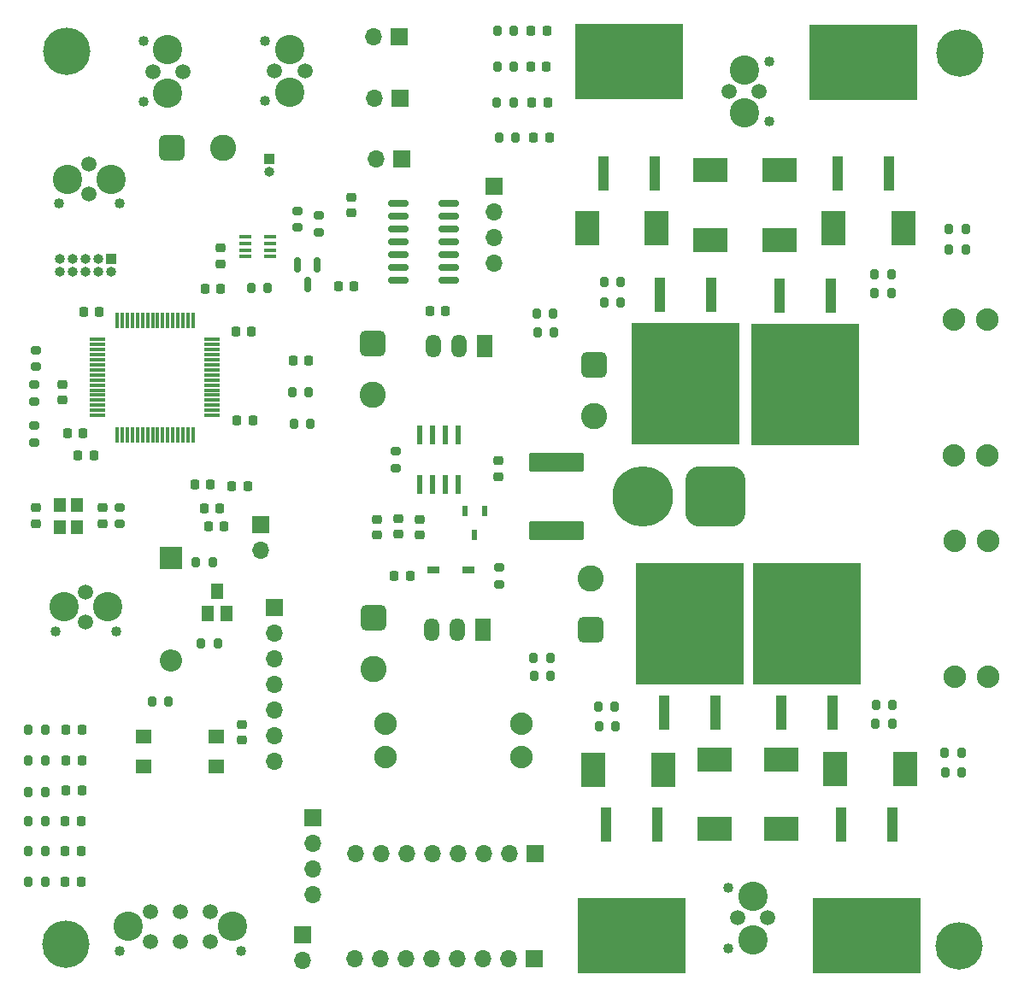
<source format=gbr>
%TF.GenerationSoftware,KiCad,Pcbnew,7.0.10*%
%TF.CreationDate,2024-11-01T12:43:38-06:00*%
%TF.ProjectId,RevA_Mecanismos,52657641-5f4d-4656-9361-6e69736d6f73,rev?*%
%TF.SameCoordinates,Original*%
%TF.FileFunction,Soldermask,Top*%
%TF.FilePolarity,Negative*%
%FSLAX46Y46*%
G04 Gerber Fmt 4.6, Leading zero omitted, Abs format (unit mm)*
G04 Created by KiCad (PCBNEW 7.0.10) date 2024-11-01 12:43:38*
%MOMM*%
%LPD*%
G01*
G04 APERTURE LIST*
G04 Aperture macros list*
%AMRoundRect*
0 Rectangle with rounded corners*
0 $1 Rounding radius*
0 $2 $3 $4 $5 $6 $7 $8 $9 X,Y pos of 4 corners*
0 Add a 4 corners polygon primitive as box body*
4,1,4,$2,$3,$4,$5,$6,$7,$8,$9,$2,$3,0*
0 Add four circle primitives for the rounded corners*
1,1,$1+$1,$2,$3*
1,1,$1+$1,$4,$5*
1,1,$1+$1,$6,$7*
1,1,$1+$1,$8,$9*
0 Add four rect primitives between the rounded corners*
20,1,$1+$1,$2,$3,$4,$5,0*
20,1,$1+$1,$4,$5,$6,$7,0*
20,1,$1+$1,$6,$7,$8,$9,0*
20,1,$1+$1,$8,$9,$2,$3,0*%
G04 Aperture macros list end*
%ADD10RoundRect,0.200000X-0.200000X-0.275000X0.200000X-0.275000X0.200000X0.275000X-0.200000X0.275000X0*%
%ADD11RoundRect,0.218750X-0.218750X-0.256250X0.218750X-0.256250X0.218750X0.256250X-0.218750X0.256250X0*%
%ADD12RoundRect,0.102000X1.590000X-1.125000X1.590000X1.125000X-1.590000X1.125000X-1.590000X-1.125000X0*%
%ADD13RoundRect,0.102000X-1.590000X1.125000X-1.590000X-1.125000X1.590000X-1.125000X1.590000X1.125000X0*%
%ADD14RoundRect,0.200000X-0.275000X0.200000X-0.275000X-0.200000X0.275000X-0.200000X0.275000X0.200000X0*%
%ADD15RoundRect,0.225000X-0.225000X-0.250000X0.225000X-0.250000X0.225000X0.250000X-0.225000X0.250000X0*%
%ADD16C,1.020000*%
%ADD17C,1.520000*%
%ADD18C,2.909999*%
%ADD19RoundRect,0.650000X-0.650000X0.650000X-0.650000X-0.650000X0.650000X-0.650000X0.650000X0.650000X0*%
%ADD20C,2.600000*%
%ADD21RoundRect,0.650000X0.650000X-0.650000X0.650000X0.650000X-0.650000X0.650000X-0.650000X-0.650000X0*%
%ADD22RoundRect,0.225000X0.225000X0.250000X-0.225000X0.250000X-0.225000X-0.250000X0.225000X-0.250000X0*%
%ADD23C,2.235200*%
%ADD24RoundRect,0.225000X0.250000X-0.225000X0.250000X0.225000X-0.250000X0.225000X-0.250000X-0.225000X0*%
%ADD25RoundRect,0.200000X0.200000X0.275000X-0.200000X0.275000X-0.200000X-0.275000X0.200000X-0.275000X0*%
%ADD26RoundRect,0.102000X-1.125000X-1.590000X1.125000X-1.590000X1.125000X1.590000X-1.125000X1.590000X0*%
%ADD27RoundRect,0.102000X1.125000X1.590000X-1.125000X1.590000X-1.125000X-1.590000X1.125000X-1.590000X0*%
%ADD28C,4.700000*%
%ADD29R,1.500000X2.300000*%
%ADD30O,1.500000X2.300000*%
%ADD31RoundRect,0.200000X0.275000X-0.200000X0.275000X0.200000X-0.275000X0.200000X-0.275000X-0.200000X0*%
%ADD32R,2.200000X2.200000*%
%ADD33O,2.200000X2.200000*%
%ADD34R,1.041400X3.505200*%
%ADD35R,10.718800X7.569200*%
%ADD36R,1.700000X1.700000*%
%ADD37O,1.700000X1.700000*%
%ADD38RoundRect,0.218750X0.218750X0.256250X-0.218750X0.256250X-0.218750X-0.256250X0.218750X-0.256250X0*%
%ADD39R,1.000000X1.000000*%
%ADD40O,1.000000X1.000000*%
%ADD41RoundRect,0.225000X-0.250000X0.225000X-0.250000X-0.225000X0.250000X-0.225000X0.250000X0.225000X0*%
%ADD42R,1.200000X0.450000*%
%ADD43R,10.718800X12.039600*%
%ADD44RoundRect,1.500000X1.500000X1.500000X-1.500000X1.500000X-1.500000X-1.500000X1.500000X-1.500000X0*%
%ADD45C,6.000000*%
%ADD46R,1.200000X1.400000*%
%ADD47RoundRect,0.102000X-0.500000X-0.700000X0.500000X-0.700000X0.500000X0.700000X-0.500000X0.700000X0*%
%ADD48RoundRect,0.150000X-0.825000X-0.150000X0.825000X-0.150000X0.825000X0.150000X-0.825000X0.150000X0*%
%ADD49R,1.150000X0.800000*%
%ADD50R,0.600000X1.000000*%
%ADD51RoundRect,0.150000X-0.150000X0.587500X-0.150000X-0.587500X0.150000X-0.587500X0.150000X0.587500X0*%
%ADD52RoundRect,0.650000X-0.650000X-0.650000X0.650000X-0.650000X0.650000X0.650000X-0.650000X0.650000X0*%
%ADD53R,0.533400X1.981200*%
%ADD54RoundRect,0.075000X0.075000X-0.700000X0.075000X0.700000X-0.075000X0.700000X-0.075000X-0.700000X0*%
%ADD55RoundRect,0.075000X0.700000X-0.075000X0.700000X0.075000X-0.700000X0.075000X-0.700000X-0.075000X0*%
%ADD56RoundRect,0.250000X2.475000X-0.712500X2.475000X0.712500X-2.475000X0.712500X-2.475000X-0.712500X0*%
%ADD57R,1.600000X1.400000*%
G04 APERTURE END LIST*
D10*
%TO.C,R34*%
X136175000Y-117675000D03*
X137825000Y-117675000D03*
%TD*%
D11*
%TO.C,D7*%
X83345100Y-118008500D03*
X84920100Y-118008500D03*
%TD*%
D12*
%TO.C,D19*%
X154250000Y-127827500D03*
D13*
X154250000Y-120917500D03*
%TD*%
D14*
%TO.C,R40*%
X116025000Y-90375000D03*
X116025000Y-92025000D03*
%TD*%
D15*
%TO.C,C3*%
X83523400Y-88558500D03*
X85073400Y-88558500D03*
%TD*%
%TO.C,C7*%
X96101400Y-93675700D03*
X97651400Y-93675700D03*
%TD*%
D16*
%TO.C,J10*%
X153000000Y-51725012D03*
X153000000Y-57725000D03*
D17*
X149060000Y-54725001D03*
X152059999Y-54725001D03*
D18*
X150560000Y-56874999D03*
X150560000Y-52575003D03*
%TD*%
D10*
%TO.C,R39*%
X130050800Y-78579200D03*
X131700800Y-78579200D03*
%TD*%
D19*
%TO.C,TP2*%
X113837000Y-106879900D03*
D20*
X113837000Y-111959900D03*
%TD*%
D21*
%TO.C,TP4*%
X135327000Y-108091100D03*
D20*
X135327000Y-103011100D03*
%TD*%
D15*
%TO.C,C18*%
X119425000Y-76525000D03*
X120975000Y-76525000D03*
%TD*%
D10*
%TO.C,R29*%
X163460000Y-74675000D03*
X165110000Y-74675000D03*
%TD*%
%TO.C,R37*%
X129750000Y-112675000D03*
X131400000Y-112675000D03*
%TD*%
D22*
%TO.C,C4*%
X86651400Y-76575700D03*
X85101400Y-76575700D03*
%TD*%
D16*
%TO.C,J6*%
X88669989Y-65853900D03*
X82670001Y-65853900D03*
D17*
X85670000Y-61913900D03*
X85670000Y-64913899D03*
D18*
X83520002Y-63413900D03*
X87819998Y-63413900D03*
%TD*%
D14*
%TO.C,R6*%
X80183600Y-87860500D03*
X80183600Y-89510500D03*
%TD*%
D23*
%TO.C,J20*%
X115052400Y-117339900D03*
X115052400Y-120641900D03*
X128514400Y-117339900D03*
X128514400Y-120641900D03*
%TD*%
D15*
%TO.C,C2*%
X100200000Y-78500000D03*
X101750000Y-78500000D03*
%TD*%
D24*
%TO.C,C20*%
X126200000Y-92875000D03*
X126200000Y-91325000D03*
%TD*%
D25*
%TO.C,R16*%
X127734300Y-48751400D03*
X126084300Y-48751400D03*
%TD*%
%TO.C,R36*%
X172500400Y-68367600D03*
X170850400Y-68367600D03*
%TD*%
%TO.C,R17*%
X127723700Y-52250800D03*
X126073700Y-52250800D03*
%TD*%
D26*
%TO.C,D16*%
X135587800Y-121935100D03*
D27*
X142497800Y-121935100D03*
%TD*%
D28*
%TO.C,H2*%
X171877600Y-50890300D03*
%TD*%
D24*
%TO.C,C5*%
X83028400Y-85294900D03*
X83028400Y-83744900D03*
%TD*%
D29*
%TO.C,U2*%
X124875000Y-80000000D03*
D30*
X122335000Y-80000000D03*
X119795000Y-80000000D03*
%TD*%
D15*
%TO.C,C6*%
X100325800Y-87288500D03*
X101875800Y-87288500D03*
%TD*%
D16*
%TO.C,J5*%
X91027800Y-55753491D03*
X91027800Y-49753503D03*
D17*
X94967800Y-52753502D03*
X91967801Y-52753502D03*
D18*
X93467800Y-50603504D03*
X93467800Y-54903500D03*
%TD*%
D25*
%TO.C,R26*%
X131349200Y-110871600D03*
X129699200Y-110871600D03*
%TD*%
D24*
%TO.C,C16*%
X116282000Y-98623900D03*
X116282000Y-97073900D03*
%TD*%
%TO.C,C13*%
X98676400Y-71800700D03*
X98676400Y-70250700D03*
%TD*%
D11*
%TO.C,D10*%
X83307600Y-127008500D03*
X84882600Y-127008500D03*
%TD*%
D23*
%TO.C,J9*%
X174747800Y-99302700D03*
X171445800Y-99302700D03*
X174747800Y-112764700D03*
X171445800Y-112764700D03*
%TD*%
D16*
%TO.C,J11*%
X148960000Y-139624991D03*
X148960000Y-133625003D03*
D17*
X152900000Y-136625002D03*
X149900001Y-136625002D03*
D18*
X151400000Y-134475004D03*
X151400000Y-138775000D03*
%TD*%
D31*
%TO.C,R10*%
X108400000Y-68675700D03*
X108400000Y-67025700D03*
%TD*%
D32*
%TO.C,D1*%
X93735000Y-100979100D03*
D33*
X93735000Y-111139100D03*
%TD*%
D34*
%TO.C,Q6*%
X141909400Y-127371200D03*
D35*
X139369400Y-138419200D03*
D34*
X136829400Y-127371200D03*
%TD*%
D25*
%TO.C,R15*%
X127696800Y-55861900D03*
X126046800Y-55861900D03*
%TD*%
%TO.C,R19*%
X81300100Y-121008500D03*
X79650100Y-121008500D03*
%TD*%
D14*
%TO.C,R1*%
X80259800Y-83771100D03*
X80259800Y-85421100D03*
%TD*%
D22*
%TO.C,C15*%
X107426200Y-81408400D03*
X105876200Y-81408400D03*
%TD*%
D36*
%TO.C,J12*%
X129789800Y-140704700D03*
D37*
X127249800Y-140704700D03*
X124709800Y-140704700D03*
X122169800Y-140704700D03*
X119629800Y-140704700D03*
X117089800Y-140704700D03*
X114549800Y-140704700D03*
X112009800Y-140704700D03*
%TD*%
D25*
%TO.C,R3*%
X97890000Y-101395000D03*
X96240000Y-101395000D03*
%TD*%
D15*
%TO.C,C23*%
X110325000Y-74025000D03*
X111875000Y-74025000D03*
%TD*%
D38*
%TO.C,D6*%
X130975000Y-52249200D03*
X129400000Y-52249200D03*
%TD*%
D28*
%TO.C,H3*%
X83335600Y-139261700D03*
%TD*%
D39*
%TO.C,J3*%
X103500000Y-61405000D03*
D40*
X103500000Y-62675000D03*
%TD*%
D27*
%TO.C,D14*%
X166291900Y-68301000D03*
D26*
X159381900Y-68301000D03*
%TD*%
D13*
%TO.C,D13*%
X154030000Y-62534600D03*
D12*
X154030000Y-69444600D03*
%TD*%
D11*
%TO.C,D12*%
X83307600Y-133008500D03*
X84882600Y-133008500D03*
%TD*%
D13*
%TO.C,D17*%
X147172000Y-62516100D03*
D12*
X147172000Y-69426100D03*
%TD*%
D36*
%TO.C,J21*%
X107818800Y-126658500D03*
D37*
X107818800Y-129198500D03*
X107818800Y-131738500D03*
X107818800Y-134278500D03*
%TD*%
D10*
%TO.C,R35*%
X163597200Y-115482500D03*
X165247200Y-115482500D03*
%TD*%
D41*
%TO.C,C17*%
X118400000Y-97125000D03*
X118400000Y-98675000D03*
%TD*%
D42*
%TO.C,IC1*%
X101107800Y-69144100D03*
X101107800Y-69794100D03*
X101107800Y-70444100D03*
X101107800Y-71094100D03*
X103607800Y-71094100D03*
X103607800Y-70444100D03*
X103607800Y-69794100D03*
X103607800Y-69144100D03*
%TD*%
D24*
%TO.C,C22*%
X111650000Y-66775000D03*
X111650000Y-65225000D03*
%TD*%
D41*
%TO.C,C12*%
X100776400Y-117477500D03*
X100776400Y-119027500D03*
%TD*%
D25*
%TO.C,R33*%
X138325000Y-75675000D03*
X136675000Y-75675000D03*
%TD*%
D10*
%TO.C,R25*%
X170475800Y-122205400D03*
X172125800Y-122205400D03*
%TD*%
D36*
%TO.C,J14*%
X106777400Y-138261300D03*
D37*
X106777400Y-140801300D03*
%TD*%
D25*
%TO.C,R21*%
X81300100Y-127008500D03*
X79650100Y-127008500D03*
%TD*%
D34*
%TO.C,U6*%
X147249200Y-74879100D03*
D43*
X144709200Y-83692900D03*
D34*
X142169200Y-74879100D03*
%TD*%
D19*
%TO.C,TP1*%
X135700000Y-81810000D03*
D20*
X135700000Y-86890000D03*
%TD*%
D44*
%TO.C,BT1*%
X147708600Y-94883100D03*
D45*
X140508600Y-94883100D03*
%TD*%
D14*
%TO.C,R2*%
X80386800Y-80379700D03*
X80386800Y-82029700D03*
%TD*%
D19*
%TO.C,TP3*%
X113756400Y-79736700D03*
D20*
X113756400Y-84816700D03*
%TD*%
D46*
%TO.C,Y1*%
X84450000Y-97875000D03*
X84450000Y-95675000D03*
X82750000Y-95675000D03*
X82750000Y-97875000D03*
%TD*%
D34*
%TO.C,Q5*%
X159821200Y-62890800D03*
D35*
X162361200Y-51842800D03*
D34*
X164901200Y-62890800D03*
%TD*%
D47*
%TO.C,Q1*%
X97376400Y-106425700D03*
X99276400Y-106425700D03*
X98326400Y-104225700D03*
%TD*%
D11*
%TO.C,D11*%
X83307600Y-130008500D03*
X84882600Y-130008500D03*
%TD*%
D48*
%TO.C,U8*%
X116325000Y-65790000D03*
X116325000Y-67060000D03*
X116325000Y-68330000D03*
X116325000Y-69600000D03*
X116325000Y-70870000D03*
X116325000Y-72140000D03*
X116325000Y-73410000D03*
X121275000Y-73410000D03*
X121275000Y-72140000D03*
X121275000Y-70870000D03*
X121275000Y-69600000D03*
X121275000Y-68330000D03*
X121275000Y-67060000D03*
X121275000Y-65790000D03*
%TD*%
D41*
%TO.C,C10*%
X80350000Y-96000000D03*
X80350000Y-97550000D03*
%TD*%
D38*
%TO.C,D4*%
X131075000Y-55849200D03*
X129500000Y-55849200D03*
%TD*%
D49*
%TO.C,Z1*%
X119725000Y-102150000D03*
X123225000Y-102150000D03*
%TD*%
D27*
%TO.C,D20*%
X166464900Y-121859400D03*
D26*
X159554900Y-121859400D03*
%TD*%
D25*
%TO.C,R31*%
X137750000Y-115675000D03*
X136100000Y-115675000D03*
%TD*%
%TO.C,R38*%
X172075000Y-120275000D03*
X170425000Y-120275000D03*
%TD*%
D16*
%TO.C,J15*%
X100701378Y-139915701D03*
X88701402Y-139915701D03*
D17*
X91701401Y-135975701D03*
X94701400Y-135975701D03*
X97701399Y-135975701D03*
X91701401Y-138975700D03*
X94701400Y-138975700D03*
X97701399Y-138975700D03*
D18*
X89551403Y-137475701D03*
X99851397Y-137475701D03*
%TD*%
D50*
%TO.C,Q2*%
X124800000Y-96300000D03*
X122900000Y-96300000D03*
X123850000Y-98700000D03*
%TD*%
D36*
%TO.C,J18*%
X116494600Y-55383800D03*
D37*
X113954600Y-55383800D03*
%TD*%
D10*
%TO.C,R28*%
X136675000Y-73617600D03*
X138325000Y-73617600D03*
%TD*%
D24*
%TO.C,C21*%
X114150000Y-98675000D03*
X114150000Y-97125000D03*
%TD*%
D14*
%TO.C,R5*%
X88716100Y-95937700D03*
X88716100Y-97587700D03*
%TD*%
D34*
%TO.C,Q4*%
X165201200Y-127345800D03*
D35*
X162661200Y-138393800D03*
D34*
X160121200Y-127345800D03*
%TD*%
D29*
%TO.C,U3*%
X124672000Y-108092500D03*
D30*
X122132000Y-108092500D03*
X119592000Y-108092500D03*
%TD*%
D25*
%TO.C,R4*%
X98395400Y-109386500D03*
X96745400Y-109386500D03*
%TD*%
D34*
%TO.C,U5*%
X154250000Y-116320700D03*
D43*
X156790000Y-107506900D03*
D34*
X159330000Y-116320700D03*
%TD*%
D26*
%TO.C,D18*%
X134978800Y-68301000D03*
D27*
X141888800Y-68301000D03*
%TD*%
D34*
%TO.C,U4*%
X159140000Y-74961200D03*
D43*
X156600000Y-83775000D03*
D34*
X154060000Y-74961200D03*
%TD*%
D51*
%TO.C,D2*%
X108226400Y-71950700D03*
X106326400Y-71950700D03*
X107276400Y-73825700D03*
%TD*%
D28*
%TO.C,H1*%
X83434800Y-50788700D03*
%TD*%
D34*
%TO.C,U7*%
X142642200Y-116320700D03*
D43*
X145182200Y-107506900D03*
D34*
X147722200Y-116320700D03*
%TD*%
D24*
%TO.C,C11*%
X86983700Y-97529900D03*
X86983700Y-95979900D03*
%TD*%
D15*
%TO.C,C19*%
X115900000Y-102725000D03*
X117450000Y-102725000D03*
%TD*%
D25*
%TO.C,R7*%
X93517600Y-115152300D03*
X91867600Y-115152300D03*
%TD*%
D52*
%TO.C,TP5*%
X93886400Y-60325700D03*
D20*
X98966400Y-60325700D03*
%TD*%
D36*
%TO.C,J13*%
X129866000Y-130214500D03*
D37*
X127326000Y-130214500D03*
X124786000Y-130214500D03*
X122246000Y-130214500D03*
X119706000Y-130214500D03*
X117166000Y-130214500D03*
X114626000Y-130214500D03*
X112086000Y-130214500D03*
%TD*%
D25*
%TO.C,R24*%
X131650000Y-76725000D03*
X130000000Y-76725000D03*
%TD*%
%TO.C,R30*%
X165196400Y-117412900D03*
X163546400Y-117412900D03*
%TD*%
D53*
%TO.C,CR1*%
X122255000Y-88761200D03*
X120985000Y-88761200D03*
X119715000Y-88761200D03*
X118445000Y-88761200D03*
X118445000Y-93688800D03*
X119715000Y-93688800D03*
X120985000Y-93688800D03*
X122255000Y-93688800D03*
%TD*%
D11*
%TO.C,D9*%
X83345100Y-124008500D03*
X84920100Y-124008500D03*
%TD*%
D10*
%TO.C,R9*%
X101701400Y-74225700D03*
X103351400Y-74225700D03*
%TD*%
D15*
%TO.C,C8*%
X99817500Y-93837500D03*
X101367500Y-93837500D03*
%TD*%
D36*
%TO.C,J17*%
X116350000Y-49275000D03*
D37*
X113810000Y-49275000D03*
%TD*%
D25*
%TO.C,R18*%
X81300100Y-118008500D03*
X79650100Y-118008500D03*
%TD*%
D10*
%TO.C,R13*%
X105787800Y-84545300D03*
X107437800Y-84545300D03*
%TD*%
D54*
%TO.C,U1*%
X88447800Y-88747100D03*
X88947800Y-88747100D03*
X89447800Y-88747100D03*
X89947800Y-88747100D03*
X90447800Y-88747100D03*
X90947800Y-88747100D03*
X91447800Y-88747100D03*
X91947800Y-88747100D03*
X92447800Y-88747100D03*
X92947800Y-88747100D03*
X93447800Y-88747100D03*
X93947800Y-88747100D03*
X94447800Y-88747100D03*
X94947800Y-88747100D03*
X95447800Y-88747100D03*
X95947800Y-88747100D03*
D55*
X97872800Y-86822100D03*
X97872800Y-86322100D03*
X97872800Y-85822100D03*
X97872800Y-85322100D03*
X97872800Y-84822100D03*
X97872800Y-84322100D03*
X97872800Y-83822100D03*
X97872800Y-83322100D03*
X97872800Y-82822100D03*
X97872800Y-82322100D03*
X97872800Y-81822100D03*
X97872800Y-81322100D03*
X97872800Y-80822100D03*
X97872800Y-80322100D03*
X97872800Y-79822100D03*
X97872800Y-79322100D03*
D54*
X95947800Y-77397100D03*
X95447800Y-77397100D03*
X94947800Y-77397100D03*
X94447800Y-77397100D03*
X93947800Y-77397100D03*
X93447800Y-77397100D03*
X92947800Y-77397100D03*
X92447800Y-77397100D03*
X91947800Y-77397100D03*
X91447800Y-77397100D03*
X90947800Y-77397100D03*
X90447800Y-77397100D03*
X89947800Y-77397100D03*
X89447800Y-77397100D03*
X88947800Y-77397100D03*
X88447800Y-77397100D03*
D55*
X86522800Y-79322100D03*
X86522800Y-79822100D03*
X86522800Y-80322100D03*
X86522800Y-80822100D03*
X86522800Y-81322100D03*
X86522800Y-81822100D03*
X86522800Y-82322100D03*
X86522800Y-82822100D03*
X86522800Y-83322100D03*
X86522800Y-83822100D03*
X86522800Y-84322100D03*
X86522800Y-84822100D03*
X86522800Y-85322100D03*
X86522800Y-85822100D03*
X86522800Y-86322100D03*
X86522800Y-86822100D03*
%TD*%
D25*
%TO.C,R12*%
X107590200Y-87694900D03*
X105940200Y-87694900D03*
%TD*%
%TO.C,R32*%
X165110000Y-72872200D03*
X163460000Y-72872200D03*
%TD*%
%TO.C,R20*%
X81300100Y-124118500D03*
X79650100Y-124118500D03*
%TD*%
D34*
%TO.C,Q3*%
X136571600Y-62828300D03*
D35*
X139111600Y-51780300D03*
D34*
X141651600Y-62828300D03*
%TD*%
D23*
%TO.C,J8*%
X174595400Y-77306300D03*
X171293400Y-77306300D03*
X174595400Y-90768300D03*
X171293400Y-90768300D03*
%TD*%
D22*
%TO.C,C9*%
X99001400Y-97825700D03*
X97451400Y-97825700D03*
%TD*%
D11*
%TO.C,FB1*%
X97050000Y-96025000D03*
X98625000Y-96025000D03*
%TD*%
D38*
%TO.C,D5*%
X130982400Y-48750200D03*
X129407400Y-48750200D03*
%TD*%
D36*
%TO.C,J1*%
X102676400Y-97635700D03*
D37*
X102676400Y-100175700D03*
%TD*%
D28*
%TO.C,H4*%
X171801400Y-139383900D03*
%TD*%
D38*
%TO.C,D3*%
X131262500Y-59299200D03*
X129687500Y-59299200D03*
%TD*%
D16*
%TO.C,J7*%
X103094400Y-55696488D03*
X103094400Y-49696500D03*
D17*
X107034400Y-52696499D03*
X104034401Y-52696499D03*
D18*
X105534400Y-50546501D03*
X105534400Y-54846497D03*
%TD*%
D25*
%TO.C,R22*%
X81300100Y-130008500D03*
X79650100Y-130008500D03*
%TD*%
D10*
%TO.C,R27*%
X170825000Y-70425000D03*
X172475000Y-70425000D03*
%TD*%
D56*
%TO.C,F1*%
X131950000Y-98287500D03*
X131950000Y-91512500D03*
%TD*%
D31*
%TO.C,R11*%
X126250000Y-103550000D03*
X126250000Y-101900000D03*
%TD*%
D11*
%TO.C,D8*%
X83345100Y-121008500D03*
X84920100Y-121008500D03*
%TD*%
D36*
%TO.C,J22*%
X125760000Y-64085000D03*
D37*
X125760000Y-66625000D03*
X125760000Y-69165000D03*
X125760000Y-71705000D03*
%TD*%
D14*
%TO.C,R8*%
X106276400Y-66575700D03*
X106276400Y-68225700D03*
%TD*%
D36*
%TO.C,J19*%
X116650000Y-61425000D03*
D37*
X114110000Y-61425000D03*
%TD*%
D57*
%TO.C,SW1*%
X91061600Y-118630700D03*
X98261600Y-118630700D03*
X91061600Y-121630700D03*
X98261600Y-121630700D03*
%TD*%
D12*
%TO.C,D15*%
X147646000Y-127820600D03*
D13*
X147646000Y-120910600D03*
%TD*%
D15*
%TO.C,C1*%
X84575000Y-90775000D03*
X86125000Y-90775000D03*
%TD*%
D39*
%TO.C,J2*%
X87866400Y-71355700D03*
D40*
X87866400Y-72625700D03*
X86596400Y-71355700D03*
X86596400Y-72625700D03*
X85326400Y-71355700D03*
X85326400Y-72625700D03*
X84056400Y-71355700D03*
X84056400Y-72625700D03*
X82786400Y-71355700D03*
X82786400Y-72625700D03*
%TD*%
D25*
%TO.C,R23*%
X81300100Y-133008500D03*
X79650100Y-133008500D03*
%TD*%
D36*
%TO.C,J16*%
X103983400Y-105906700D03*
D37*
X103983400Y-108446700D03*
X103983400Y-110986700D03*
X103983400Y-113526700D03*
X103983400Y-116066700D03*
X103983400Y-118606700D03*
X103983400Y-121146700D03*
%TD*%
D16*
%TO.C,J4*%
X88314389Y-108243701D03*
X82314401Y-108243701D03*
D17*
X85314400Y-104303701D03*
X85314400Y-107303700D03*
D18*
X83164402Y-105803701D03*
X87464398Y-105803701D03*
%TD*%
D25*
%TO.C,R14*%
X127900000Y-59275000D03*
X126250000Y-59275000D03*
%TD*%
D15*
%TO.C,C14*%
X97115000Y-74325000D03*
X98665000Y-74325000D03*
%TD*%
M02*

</source>
